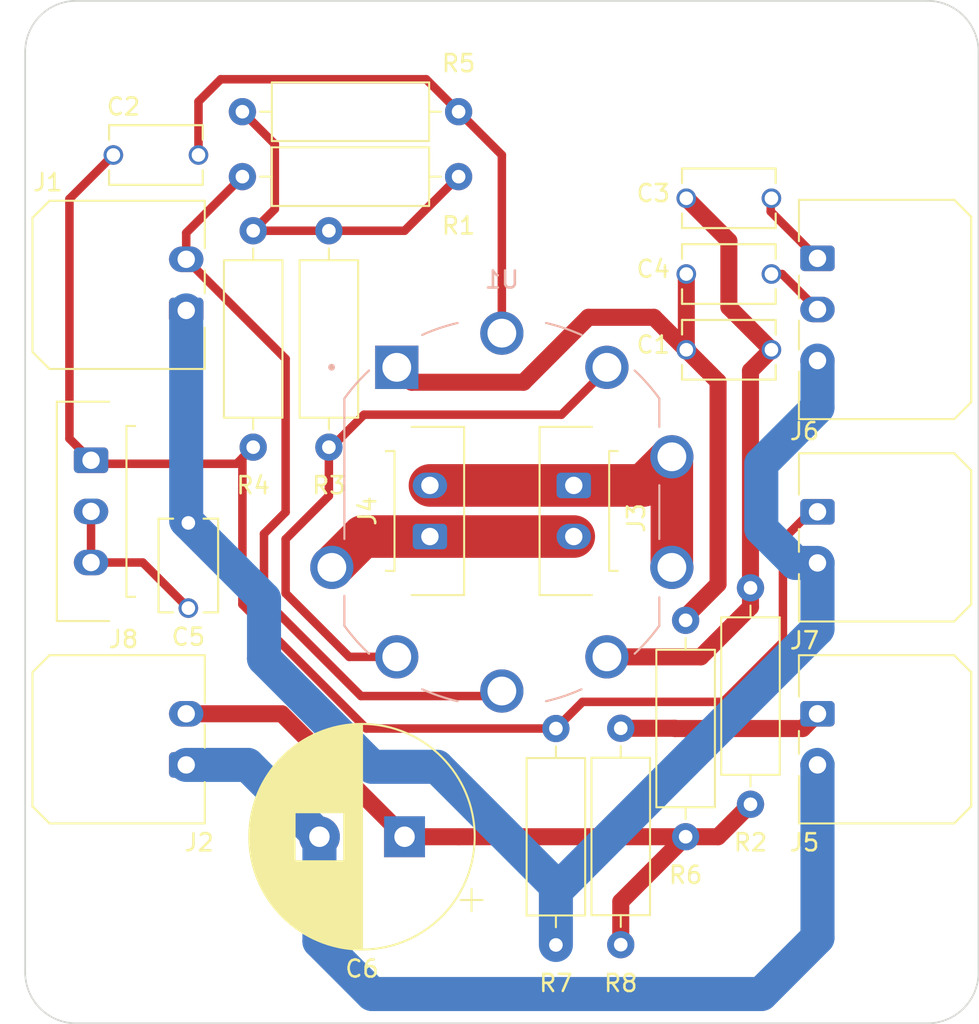
<source format=kicad_pcb>
(kicad_pcb (version 20221018) (generator pcbnew)
  (layers (0 "F.Cu" signal) (31 "B.Cu" signal) (34 "B.Paste" user) (35 "F.Paste" user) (36 "B.SilkS" user "B.Silkscreen") (37 "F.SilkS" user "F.Silkscreen") (38 "B.Mask" user) (39 "F.Mask" user) (44 "Edge.Cuts" user))
  (net 0 "")
  (net 1 "Net-(U1A-A)")
  (net 2 "Net-(U1B-A)")
  (net 3 "Net-(J7-Pin_1)")
  (net 4 "Net-(U1B-G)")
  (net 5 "Net-(J6-Pin_1)")
  (net 6 "Net-(J6-Pin_2)")
  (net 7 "GND")
  (net 8 "Net-(J8-Pin_2)")
  (net 9 "HT")
  (net 10 "GND1")
  (net 11 "Net-(J3-Pin_1)")
  (net 12 "Net-(J3-Pin_2)")
  (net 13 "Net-(J5-Pin_1)")
  (net 14 "Net-(R1-Pad1)")
  (net 15 "Net-(U1A-K)")
  (net 16 "Net-(J1-Pin_2)")
  (footprint "Capacitor_THT:CP_Radial_D13.0mm_P5.00mm" (layer "F.Cu") (at 153.67 105.705 180)
    (fp_text reference "C6" (at 2.5 -7.75) (layer "F.SilkS"))
    (fp_text value "20uF")
    (pad "1" thru_hole rect (at 0 0 180) (size 2.4 2.4) (drill 1.2) (layers "*.Cu" "*.Mask") (net 9 "HT"))
    (pad "2" thru_hole circle (at 5 0 180) (size 2.4 2.4) (drill 1.2) (layers "*.Cu" "*.Mask") (net 10 "GND1"))
  )
  (footprint "CustomFootprints:FG26 Cap" (layer "F.Cu") (at 172.72 77.13 180)
    (fp_text reference "C1" (at 4.445 0.295) (layer "F.SilkS"))
    (fp_text value "47pF")
    (pad "1" thru_hole circle (at -2.5 0 180) (size 1.15 1.15) (drill 0.8) (layers "*.Cu" "*.Mask") (net 1 "Net-(U1A-A)"))
    (pad "2" thru_hole circle (at 2.5 0 180) (size 1.15 1.15) (drill 0.8) (layers "*.Cu" "*.Mask") (net 2 "Net-(U1B-A)"))
  )
  (footprint "Connector_Molex:Molex_Micro-Fit_3.0_43650-0300_1x03_P3.00mm_Horizontal" (layer "F.Cu") (at 177.925 71.765 -90)
    (fp_text reference "J6" (at 10.15 0.76 -180) (layer "F.SilkS"))
    (fp_text value "SigOut")
    (pad "" np_thru_hole circle (at 3 -4.32 270) (size 3 3) (drill 3) (layers "*.Cu" "*.Mask"))
    (pad "1" thru_hole roundrect (at 0 0 270) (size 1.5 2.02) (drill 1.02) (layers "*.Cu" "*.Mask") (roundrect_rratio 0.166667) (net 5 "Net-(J6-Pin_1)"))
    (pad "2" thru_hole oval (at 3 0 270) (size 1.5 2.02) (drill 1.02) (layers "*.Cu" "*.Mask") (net 6 "Net-(J6-Pin_2)"))
    (pad "3" thru_hole oval (at 6 0 270) (size 1.5 2.02) (drill 1.02) (layers "*.Cu" "*.Mask") (net 7 "GND"))
  )
  (footprint "MountingHole:MountingHole_2.5mm" (layer "F.Cu") (at 134.385 113.655)
    (fp_text reference "REF**" hide)
    (fp_text value "MountingHole_2.5mm" hide)
    (pad "" np_thru_hole circle (at 0 0) (size 2.5 2.5) (drill 2.5) (layers "F&B.Cu" "*.Mask"))
  )
  (footprint "Resistor_THT:R_Axial_DIN0309_L9.0mm_D3.2mm_P12.70mm_Horizontal" (layer "F.Cu") (at 156.845 66.97 180)
    (fp_text reference "R1" (at 0 -2.88) (layer "F.SilkS"))
    (fp_text value "1M")
    (pad "1" thru_hole circle (at 0 0 180) (size 1.6 1.6) (drill 0.8) (layers "*.Cu" "*.Mask") (net 14 "Net-(R1-Pad1)"))
    (pad "2" thru_hole oval (at 12.7 0 180) (size 1.6 1.6) (drill 0.8) (layers "*.Cu" "*.Mask") (net 16 "Net-(J1-Pin_2)"))
  )
  (footprint "CustomFootprints:FG26 Cap" (layer "F.Cu") (at 139.065 65.7)
    (fp_text reference "C2" (at -1.905 -2.835) (layer "F.SilkS"))
    (fp_text value "0.1uF")
    (pad "1" thru_hole circle (at -2.5 0) (size 1.15 1.15) (drill 0.8) (layers "*.Cu" "*.Mask") (net 3 "Net-(J7-Pin_1)"))
    (pad "2" thru_hole circle (at 2.5 0) (size 1.15 1.15) (drill 0.8) (layers "*.Cu" "*.Mask") (net 4 "Net-(U1B-G)"))
  )
  (footprint "Connector_Molex:Molex_Micro-Fit_3.0_43650-0200_1x02_P3.00mm_Horizontal" (layer "F.Cu") (at 140.845 101.49 90)
    (fp_text reference "J2" (at -4.555 0.76 180) (layer "F.SilkS"))
    (fp_text value "HVOut")
    (pad "" np_thru_hole circle (at 1.5 -4.32 90) (size 3 3) (drill 3) (layers "*.Cu" "*.Mask"))
    (pad "1" thru_hole roundrect (at 0 0 90) (size 1.5 2.02) (drill 1.02) (layers "*.Cu" "*.Mask") (roundrect_rratio 0.166667) (net 10 "GND1"))
    (pad "2" thru_hole oval (at 3 0 90) (size 1.5 2.02) (drill 1.02) (layers "*.Cu" "*.Mask") (net 9 "HT"))
  )
  (footprint "CustomFootprints:FG26 Cap" (layer "F.Cu") (at 172.72 68.24)
    (fp_text reference "C3" (at -4.445 -0.295) (layer "F.SilkS"))
    (fp_text value "0.022uF")
    (pad "1" thru_hole circle (at -2.5 0) (size 1.15 1.15) (drill 0.8) (layers "*.Cu" "*.Mask") (net 1 "Net-(U1A-A)"))
    (pad "2" thru_hole circle (at 2.5 0) (size 1.15 1.15) (drill 0.8) (layers "*.Cu" "*.Mask") (net 5 "Net-(J6-Pin_1)"))
  )
  (footprint "MountingHole:MountingHole_2.5mm" (layer "F.Cu") (at 184.385 113.655)
    (fp_text reference "REF**" hide)
    (fp_text value "MountingHole_2.5mm" hide)
    (pad "" np_thru_hole circle (at 0 0) (size 2.5 2.5) (drill 2.5) (layers "F&B.Cu" "*.Mask"))
  )
  (footprint "MountingHole:MountingHole_2.5mm" (layer "F.Cu") (at 184.385 59.655)
    (fp_text reference "REF**" hide)
    (fp_text value "MountingHole_2.5mm" hide)
    (pad "" np_thru_hole circle (at 0 0) (size 2.5 2.5) (drill 2.5) (layers "F&B.Cu" "*.Mask"))
  )
  (footprint "CustomFootprints:FG26 Cap" (layer "F.Cu") (at 172.72 72.685)
    (fp_text reference "C4" (at -4.445 -0.295) (layer "F.SilkS"))
    (fp_text value "0.022uF")
    (pad "1" thru_hole circle (at -2.5 0) (size 1.15 1.15) (drill 0.8) (layers "*.Cu" "*.Mask") (net 2 "Net-(U1B-A)"))
    (pad "2" thru_hole circle (at 2.5 0) (size 1.15 1.15) (drill 0.8) (layers "*.Cu" "*.Mask") (net 6 "Net-(J6-Pin_2)"))
  )
  (footprint "Resistor_THT:R_Axial_DIN0309_L9.0mm_D3.2mm_P12.70mm_Horizontal" (layer "F.Cu") (at 170.18 93.005 -90)
    (fp_text reference "R6" (at 14.945 0 -180) (layer "F.SilkS"))
    (fp_text value "100K")
    (pad "1" thru_hole circle (at 0 0 270) (size 1.6 1.6) (drill 0.8) (layers "*.Cu" "*.Mask") (net 2 "Net-(U1B-A)"))
    (pad "2" thru_hole oval (at 12.7 0 270) (size 1.6 1.6) (drill 0.8) (layers "*.Cu" "*.Mask") (net 9 "HT"))
  )
  (footprint "Connector_Molex:Molex_Micro-Fit_3.0_43650-0315_1x03_P3.00mm_Vertical" (layer "F.Cu") (at 135.255 83.614 -90)
    (fp_text reference "J8" (at 10.5 -1.905) (layer "F.SilkS"))
    (fp_text value "PresencePot")
    (pad "" np_thru_hole circle (at -3 -1.96 270) (size 1.27 1.27) (drill 1.27) (layers "*.Cu" "*.Mask"))
    (pad "" np_thru_hole circle (at 9 -1.96 270) (size 1.27 1.27) (drill 1.27) (layers "*.Cu" "*.Mask"))
    (pad "1" thru_hole roundrect (at 0 0 270) (size 1.5 2.02) (drill 1.02) (layers "*.Cu" "*.Mask") (roundrect_rratio 0.166667) (net 3 "Net-(J7-Pin_1)"))
    (pad "2" thru_hole oval (at 3 0 270) (size 1.5 2.02) (drill 1.02) (layers "*.Cu" "*.Mask") (net 8 "Net-(J8-Pin_2)"))
    (pad "3" thru_hole oval (at 6 0 270) (size 1.5 2.02) (drill 1.02) (layers "*.Cu" "*.Mask") (net 8 "Net-(J8-Pin_2)"))
  )
  (footprint "Resistor_THT:R_Axial_DIN0309_L9.0mm_D3.2mm_P12.70mm_Horizontal" (layer "F.Cu") (at 156.845 63.16 180)
    (fp_text reference "R5" (at 0 2.835) (layer "F.SilkS"))
    (fp_text value "1M")
    (pad "1" thru_hole circle (at 0 0 180) (size 1.6 1.6) (drill 0.8) (layers "*.Cu" "*.Mask") (net 4 "Net-(U1B-G)"))
    (pad "2" thru_hole oval (at 12.7 0 180) (size 1.6 1.6) (drill 0.8) (layers "*.Cu" "*.Mask") (net 14 "Net-(R1-Pad1)"))
  )
  (footprint "Connector_Molex:Molex_Micro-Fit_3.0_43650-0215_1x02_P3.00mm_Vertical" (layer "F.Cu") (at 163.61 85.09 -90)
    (fp_text reference "J3" (at 1.905 -3.67 90) (layer "F.SilkS"))
    (fp_text value "Heater")
    (pad "" np_thru_hole circle (at -3 -1.96 270) (size 1.27 1.27) (drill 1.27) (layers "*.Cu" "*.Mask"))
    (pad "" np_thru_hole circle (at 6 -1.96 270) (size 1.27 1.27) (drill 1.27) (layers "*.Cu" "*.Mask"))
    (pad "1" thru_hole roundrect (at 0 0 270) (size 1.5 2.02) (drill 1.02) (layers "*.Cu" "*.Mask") (roundrect_rratio 0.166667) (net 11 "Net-(J3-Pin_1)"))
    (pad "2" thru_hole oval (at 3 0 270) (size 1.5 2.02) (drill 1.02) (layers "*.Cu" "*.Mask") (net 12 "Net-(J3-Pin_2)"))
  )
  (footprint "Connector_Molex:Molex_Micro-Fit_3.0_43650-0200_1x02_P3.00mm_Horizontal" (layer "F.Cu") (at 177.925 86.638 -90)
    (fp_text reference "J7" (at 7.555 0.76 -180) (layer "F.SilkS"))
    (fp_text value "NFB")
    (pad "" np_thru_hole circle (at 1.5 -4.32 270) (size 3 3) (drill 3) (layers "*.Cu" "*.Mask"))
    (pad "1" thru_hole roundrect (at 0 0 270) (size 1.5 2.02) (drill 1.02) (layers "*.Cu" "*.Mask") (roundrect_rratio 0.166667) (net 3 "Net-(J7-Pin_1)"))
    (pad "2" thru_hole oval (at 3 0 270) (size 1.5 2.02) (drill 1.02) (layers "*.Cu" "*.Mask") (net 7 "GND"))
  )
  (footprint "CustomFootprints:FG26 Cap" (layer "F.Cu") (at 140.97 89.79 -90)
    (fp_text reference "C5" (at 4.19 0 -180) (layer "F.SilkS"))
    (fp_text value "0.1uF")
    (pad "1" thru_hole circle (at -2.5 0 270) (size 1.15 1.15) (drill 0.8) (layers "*.Cu" "*.Mask") (net 7 "GND"))
    (pad "2" thru_hole circle (at 2.5 0 270) (size 1.15 1.15) (drill 0.8) (layers "*.Cu" "*.Mask") (net 8 "Net-(J8-Pin_2)"))
  )
  (footprint "Resistor_THT:R_Axial_DIN0309_L9.0mm_D3.2mm_P12.70mm_Horizontal" (layer "F.Cu") (at 162.56 112.055 90)
    (fp_text reference "R7" (at -2.245 0 180) (layer "F.SilkS"))
    (fp_text value "4K7")
    (pad "1" thru_hole circle (at 0 0 90) (size 1.6 1.6) (drill 0.8) (layers "*.Cu" "*.Mask") (net 7 "GND"))
    (pad "2" thru_hole oval (at 12.7 0 90) (size 1.6 1.6) (drill 0.8) (layers "*.Cu" "*.Mask") (net 3 "Net-(J7-Pin_1)"))
  )
  (footprint "Resistor_THT:R_Axial_DIN0309_L9.0mm_D3.2mm_P12.70mm_Horizontal" (layer "F.Cu") (at 144.78 82.845 90)
    (fp_text reference "R4" (at -2.245 0 180) (layer "F.SilkS"))
    (fp_text value "10K")
    (pad "1" thru_hole circle (at 0 0 90) (size 1.6 1.6) (drill 0.8) (layers "*.Cu" "*.Mask") (net 3 "Net-(J7-Pin_1)"))
    (pad "2" thru_hole oval (at 12.7 0 90) (size 1.6 1.6) (drill 0.8) (layers "*.Cu" "*.Mask") (net 14 "Net-(R1-Pad1)"))
  )
  (footprint "Resistor_THT:R_Axial_DIN0309_L9.0mm_D3.2mm_P12.70mm_Horizontal" (layer "F.Cu") (at 173.99 91.1 -90)
    (fp_text reference "R2" (at 14.945 0 -180) (layer "F.SilkS"))
    (fp_text value "82K")
    (pad "1" thru_hole circle (at 0 0 270) (size 1.6 1.6) (drill 0.8) (layers "*.Cu" "*.Mask") (net 1 "Net-(U1A-A)"))
    (pad "2" thru_hole oval (at 12.7 0 270) (size 1.6 1.6) (drill 0.8) (layers "*.Cu" "*.Mask") (net 9 "HT"))
  )
  (footprint "Resistor_THT:R_Axial_DIN0309_L9.0mm_D3.2mm_P12.70mm_Horizontal" (layer "F.Cu") (at 149.225 70.145 -90)
    (fp_text reference "R3" (at 14.945 0 -180) (layer "F.SilkS"))
    (fp_text value "470 ")
    (pad "1" thru_hole circle (at 0 0 270) (size 1.6 1.6) (drill 0.8) (layers "*.Cu" "*.Mask") (net 14 "Net-(R1-Pad1)"))
    (pad "2" thru_hole oval (at 12.7 0 270) (size 1.6 1.6) (drill 0.8) (layers "*.Cu" "*.Mask") (net 15 "Net-(U1A-K)"))
  )
  (footprint "Connector_Molex:Molex_Micro-Fit_3.0_43650-0200_1x02_P3.00mm_Horizontal" (layer "F.Cu") (at 177.925 98.49 -90)
    (fp_text reference "J5" (at 7.555 0.76 -180) (layer "F.SilkS"))
    (fp_text value "HV")
    (pad "" np_thru_hole circle (at 1.5 -4.32 270) (size 3 3) (drill 3) (layers "*.Cu" "*.Mask"))
    (pad "1" thru_hole roundrect (at 0 0 270) (size 1.5 2.02) (drill 1.02) (layers "*.Cu" "*.Mask") (roundrect_rratio 0.166667) (net 13 "Net-(J5-Pin_1)"))
    (pad "2" thru_hole oval (at 3 0 270) (size 1.5 2.02) (drill 1.02) (layers "*.Cu" "*.Mask") (net 10 "GND1"))
  )
  (footprint "Connector_Molex:Molex_Micro-Fit_3.0_43650-0215_1x02_P3.00mm_Vertical" (layer "F.Cu") (at 155.16 88.09 90)
    (fp_text reference "J4" (at 1.5 -3.67 90) (layer "F.SilkS"))
    (fp_text value "HeaterOut")
    (pad "" np_thru_hole circle (at -3 -1.96 90) (size 1.27 1.27) (drill 1.27) (layers "*.Cu" "*.Mask"))
    (pad "" np_thru_hole circle (at 6 -1.96 90) (size 1.27 1.27) (drill 1.27) (layers "*.Cu" "*.Mask"))
    (pad "1" thru_hole roundrect (at 0 0 90) (size 1.5 2.02) (drill 1.02) (layers "*.Cu" "*.Mask") (roundrect_rratio 0.166667) (net 12 "Net-(J3-Pin_2)"))
    (pad "2" thru_hole oval (at 3 0 90) (size 1.5 2.02) (drill 1.02) (layers "*.Cu" "*.Mask") (net 11 "Net-(J3-Pin_1)"))
  )
  (footprint "Connector_Molex:Molex_Micro-Fit_3.0_43650-0200_1x02_P3.00mm_Horizontal" (layer "F.Cu") (at 140.845 74.82 90)
    (fp_text reference "J1" (at 7.51 -8.13 180) (layer "F.SilkS"))
    (fp_text value "SigIn")
    (pad "" np_thru_hole circle (at 1.5 -4.32 90) (size 3 3) (drill 3) (layers "*.Cu" "*.Mask"))
    (pad "1" thru_hole roundrect (at 0 0 90) (size 1.5 2.02) (drill 1.02) (layers "*.Cu" "*.Mask") (roundrect_rratio 0.166667) (net 7 "GND"))
    (pad "2" thru_hole oval (at 3 0 90) (size 1.5 2.02) (drill 1.02) (layers "*.Cu" "*.Mask") (net 16 "Net-(J1-Pin_2)"))
  )
  (footprint "Resistor_THT:R_Axial_DIN0309_L9.0mm_D3.2mm_P12.70mm_Horizontal" (layer "F.Cu") (at 166.37 99.3394 -90)
    (fp_text reference "R8" (at 14.9606 0 -180) (layer "F.SilkS"))
    (fp_text value "6K8")
    (pad "1" thru_hole circle (at 0 0 270) (size 1.6 1.6) (drill 0.8) (layers "*.Cu" "*.Mask") (net 13 "Net-(J5-Pin_1)"))
    (pad "2" thru_hole oval (at 12.7 0 270) (size 1.6 1.6) (drill 0.8) (layers "*.Cu" "*.Mask") (net 9 "HT"))
  )
  (footprint "MountingHole:MountingHole_2.5mm" (layer "F.Cu") (at 134.385 59.655)
    (fp_text reference "REF**" hide)
    (fp_text value "MountingHole_2.5mm" hide)
    (pad "" np_thru_hole circle (at 0 0) (size 2.5 2.5) (drill 2.5) (layers "F&B.Cu" "*.Mask"))
  )
  (footprint "CustomFootprints:BELTON_VT9-PT" (layer "B.Cu") (at 159.385 86.655 180)
    (fp_text reference "U1" (at 0 13.635) (layer "B.SilkS") (effects (justify mirror)))
    (fp_text value "ECC83")
    (pad "1" thru_hole rect (at 6.1717 8.4946 180) (size 2.54 2.54) (drill 1.69) (layers "*.Cu" "*.Mask") (net 2 "Net-(U1B-A)"))
    (pad "2" thru_hole circle (at 0 10.5 180) (size 2.54 2.54) (drill 1.69) (layers "*.Cu" "*.Mask") (net 4 "Net-(U1B-G)"))
    (pad "3" thru_hole circle (at -6.1717 8.4946 180) (size 2.54 2.54) (drill 1.69) (layers "*.Cu" "*.Mask") (net 15 "Net-(U1A-K)"))
    (pad "4" thru_hole circle (at -9.986 3.2446 180) (size 2.54 2.54) (drill 1.69) (layers "*.Cu" "*.Mask") (net 11 "Net-(J3-Pin_1)"))
    (pad "5" thru_hole circle (at -9.986 -3.2446 180) (size 2.54 2.54) (drill 1.69) (layers "*.Cu" "*.Mask") (net 11 "Net-(J3-Pin_1)"))
    (pad "6" thru_hole circle (at -6.1717 -8.4946 180) (size 2.54 2.54) (drill 1.69) (layers "*.Cu" "*.Mask") (net 1 "Net-(U1A-A)"))
    (pad "7" thru_hole circle (at 0 -10.5 180) (size 2.54 2.54) (drill 1.69) (layers "*.Cu" "*.Mask") (net 16 "Net-(J1-Pin_2)"))
    (pad "8" thru_hole circle (at 6.1717 -8.4946 180) (size 2.54 2.54) (drill 1.69) (layers "*.Cu" "*.Mask") (net 15 "Net-(U1A-K)"))
    (pad "9" thru_hole circle (at 9.986 -3.2446 180) (size 2.54 2.54) (drill 1.69) (layers "*.Cu" "*.Mask") (net 12 "Net-(J3-Pin_2)"))
  )
  (gr_arc (start 131.385 59.655) (mid 132.26368 57.53368) (end 134.385 56.655) (stroke (width 0.1)) (layer "Edge.Cuts"))
  (gr_arc (start 184.385 56.655) (mid 186.50632 57.53368) (end 187.385 59.655) (stroke (width 0.1)) (layer "Edge.Cuts"))
  (gr_line (start 134.385 116.655) (end 184.385 116.655) (stroke (width 0.1)) (layer "Edge.Cuts"))
  (gr_line (start 187.385 113.655) (end 187.385 59.655) (stroke (width 0.1)) (layer "Edge.Cuts"))
  (gr_line (start 134.385 56.655) (end 184.385 56.655) (stroke (width 0.1)) (layer "Edge.Cuts"))
  (gr_arc (start 187.385 113.655) (mid 186.50632 115.77632) (end 184.385 116.655) (stroke (width 0.1)) (layer "Edge.Cuts"))
  (gr_arc (start 134.385 116.655) (mid 132.26368 115.77632) (end 131.385 113.655) (stroke (width 0.1)) (layer "Edge.Cuts"))
  (gr_line (start 131.385 113.655) (end 131.385 59.655) (stroke (width 0.1)) (layer "Edge.Cuts"))
  (segment (start 172.72 74.63) (end 172.72 70.74) (width 1) (layer "F.Cu") (net 1))
  (segment (start 175.22 77.13) (end 172.72 74.63) (width 1) (layer "F.Cu") (net 1))
  (segment (start 172.72 70.74) (end 170.22 68.24) (width 1) (layer "F.Cu") (net 1))
  (segment (start 171.07177 95.1496) (end 173.99 92.23137) (width 1) (layer "F.Cu") (net 1))
  (segment (start 165.5567 95.1496) (end 171.07177 95.1496) (width 1) (layer "F.Cu") (net 1))
  (segment (start 173.99 91.1) (end 173.99 78.36) (width 1) (layer "F.Cu") (net 1))
  (segment (start 173.99 92.23137) (end 173.99 91.1) (width 1) (layer "F.Cu") (net 1))
  (segment (start 173.99 78.36) (end 175.22 77.13) (width 1) (layer "F.Cu") (net 1))
  (segment (start 154.0879 79.035) (end 160.655 79.035) (width 1) (layer "F.Cu") (net 2))
  (segment (start 172.085 78.995) (end 170.22 77.13) (width 1) (layer "F.Cu") (net 2))
  (segment (start 172.085 90.883679) (end 172.085 78.995) (width 1) (layer "F.Cu") (net 2))
  (segment (start 153.2133 78.1604) (end 154.0879 79.035) (width 1) (layer "F.Cu") (net 2))
  (segment (start 164.465 75.225) (end 168.315 75.225) (width 1) (layer "F.Cu") (net 2))
  (segment (start 170.18 93.005) (end 170.18 92.788679) (width 1) (layer "F.Cu") (net 2))
  (segment (start 168.315 75.225) (end 170.22 77.13) (width 1) (layer "F.Cu") (net 2))
  (segment (start 170.22 77.13) (end 170.22 72.685) (width 1) (layer "F.Cu") (net 2))
  (segment (start 170.18 92.788679) (end 172.085 90.883679) (width 1) (layer "F.Cu") (net 2))
  (segment (start 160.655 79.035) (end 164.465 75.225) (width 1) (layer "F.Cu") (net 2))
  (segment (start 177.522 86.638) (end 177.925 86.638) (width 0.5) (layer "F.Cu") (net 3))
  (segment (start 144.78 82.845) (end 144.145 83.48) (width 0.5) (layer "F.Cu") (net 3))
  (segment (start 135.255 83.614) (end 135.461 83.82) (width 0.5) (layer "F.Cu") (net 3))
  (segment (start 162.56 99.355) (end 164.125 97.79) (width 0.5) (layer "F.Cu") (net 3))
  (segment (start 172.38 97.79) (end 175.895 94.275) (width 0.5) (layer "F.Cu") (net 3))
  (segment (start 144.145 83.48) (end 144.145 92.075) (width 0.5) (layer "F.Cu") (net 3))
  (segment (start 143.805 83.82) (end 144.78 82.845) (width 0.5) (layer "F.Cu") (net 3))
  (segment (start 135.461 83.82) (end 143.805 83.82) (width 0.5) (layer "F.Cu") (net 3))
  (segment (start 164.125 97.79) (end 172.38 97.79) (width 0.5) (layer "F.Cu") (net 3))
  (segment (start 175.895 94.275) (end 175.895 88.265) (width 0.5) (layer "F.Cu") (net 3))
  (segment (start 151.425 99.355) (end 162.56 99.355) (width 0.5) (layer "F.Cu") (net 3))
  (segment (start 136.565 65.7) (end 133.985 68.28) (width 0.5) (layer "F.Cu") (net 3))
  (segment (start 133.985 82.344) (end 135.255 83.614) (width 0.5) (layer "F.Cu") (net 3))
  (segment (start 175.895 88.265) (end 177.522 86.638) (width 0.5) (layer "F.Cu") (net 3))
  (segment (start 144.145 92.075) (end 151.425 99.355) (width 0.5) (layer "F.Cu") (net 3))
  (segment (start 133.985 68.28) (end 133.985 82.344) (width 0.5) (layer "F.Cu") (net 3))
  (segment (start 154.94 61.255) (end 156.845 63.16) (width 0.5) (layer "F.Cu") (net 4))
  (segment (start 141.565 62.565) (end 142.875 61.255) (width 0.5) (layer "F.Cu") (net 4))
  (segment (start 142.875 61.255) (end 154.94 61.255) (width 0.5) (layer "F.Cu") (net 4))
  (segment (start 141.565 65.7) (end 141.565 62.565) (width 0.5) (layer "F.Cu") (net 4))
  (segment (start 159.385 65.7) (end 159.385 76.155) (width 0.5) (layer "F.Cu") (net 4))
  (segment (start 156.845 63.16) (end 159.385 65.7) (width 0.5) (layer "F.Cu") (net 4))
  (segment (start 175.18 69.02) (end 177.925 71.765) (width 0.5) (layer "F.Cu") (net 5))
  (segment (start 175.18 68.24) (end 175.18 69.02) (width 0.5) (layer "F.Cu") (net 5))
  (segment (start 175.845 72.685) (end 177.925 74.765) (width 0.5) (layer "F.Cu") (net 6))
  (segment (start 175.22 72.685) (end 175.845 72.685) (width 0.5) (layer "F.Cu") (net 6))
  (segment (start 177.925 93.515) (end 177.925 89.638) (width 2) (layer "B.Cu") (net 7))
  (segment (start 174.625 87.63) (end 174.625 83.82) (width 2) (layer "B.Cu") (net 7))
  (segment (start 162.56 108.88) (end 177.925 93.515) (width 2) (layer "B.Cu") (net 7))
  (segment (start 140.845 74.82) (end 140.845 87.165) (width 2) (layer "B.Cu") (net 7))
  (segment (start 174.625 83.82) (end 177.925 80.52) (width 2) (layer "B.Cu") (net 7))
  (segment (start 176.633 89.638) (end 177.925 89.638) (width 2) (layer "B.Cu") (net 7))
  (segment (start 162.56 108.88) (end 162.56 112.055) (width 2) (layer "B.Cu") (net 7))
  (segment (start 151.765 101.6) (end 155.575 101.6) (width 2) (layer "B.Cu") (net 7))
  (segment (start 162.56 108.585) (end 162.56 108.88) (width 2) (layer "B.Cu") (net 7))
  (segment (start 174.625 87.63) (end 176.633 89.638) (width 2) (layer "B.Cu") (net 7))
  (segment (start 145.415 95.25) (end 151.765 101.6) (width 2) (layer "B.Cu") (net 7))
  (segment (start 140.845 87.165) (end 140.97 87.29) (width 2) (layer "B.Cu") (net 7))
  (segment (start 177.925 80.52) (end 177.925 77.765) (width 2) (layer "B.Cu") (net 7))
  (segment (start 140.97 87.29) (end 145.415 91.735) (width 2) (layer "B.Cu") (net 7))
  (segment (start 145.415 91.735) (end 145.415 95.25) (width 2) (layer "B.Cu") (net 7))
  (segment (start 155.575 101.6) (end 162.56 108.585) (width 2) (layer "B.Cu") (net 7))
  (segment (start 135.255 89.614) (end 138.294 89.614) (width 0.5) (layer "F.Cu") (net 8))
  (segment (start 138.294 89.614) (end 140.97 92.29) (width 0.5) (layer "F.Cu") (net 8))
  (segment (start 135.255 86.614) (end 135.255 89.614) (width 0.5) (layer "F.Cu") (net 8))
  (segment (start 166.37 109.515) (end 166.37 112.0394) (width 1) (layer "F.Cu") (net 9))
  (segment (start 172.085 105.705) (end 173.99 103.8) (width 1) (layer "F.Cu") (net 9))
  (segment (start 153.67 105.705) (end 156.845 105.705) (width 1) (layer "F.Cu") (net 9))
  (segment (start 170.18 105.705) (end 166.37 109.515) (width 1) (layer "F.Cu") (net 9))
  (segment (start 146.455 98.49) (end 153.67 105.705) (width 1) (layer "F.Cu") (net 9))
  (segment (start 156.845 105.705) (end 170.18 105.705) (width 1) (layer "F.Cu") (net 9))
  (segment (start 140.845 98.49) (end 146.455 98.49) (width 1) (layer "F.Cu") (net 9))
  (segment (start 170.18 105.705) (end 172.085 105.705) (width 1) (layer "F.Cu") (net 9))
  (segment (start 148.67 111.84) (end 151.765 114.935) (width 2) (layer "B.Cu") (net 10))
  (segment (start 151.765 114.935) (end 174.625 114.935) (width 2) (layer "B.Cu") (net 10))
  (segment (start 177.925 111.635) (end 177.925 101.49) (width 2) (layer "B.Cu") (net 10))
  (segment (start 148.67 105.705) (end 148.67 111.84) (width 2) (layer "B.Cu") (net 10))
  (segment (start 174.625 114.935) (end 177.925 111.635) (width 2) (layer "B.Cu") (net 10))
  (segment (start 144.455 101.49) (end 148.67 105.705) (width 2) (layer "B.Cu") (net 10))
  (segment (start 140.845 101.49) (end 144.455 101.49) (width 2) (layer "B.Cu") (net 10))
  (segment (start 155.16 85.09) (end 167.6914 85.09) (width 2.5) (layer "F.Cu") (net 11))
  (segment (start 167.6914 85.09) (end 169.371 83.4104) (width 2.5) (layer "F.Cu") (net 11))
  (segment (start 169.371 83.4104) (end 169.371 89.8996) (width 2.5) (layer "F.Cu") (net 11))
  (segment (start 151.2086 88.09) (end 149.399 89.8996) (width 2.5) (layer "F.Cu") (net 12))
  (segment (start 163.61 88.09) (end 151.2086 88.09) (width 2.5) (layer "F.Cu") (net 12))
  (segment (start 169.5294 99.3394) (end 166.37 99.3394) (width 1) (layer "F.Cu") (net 13))
  (segment (start 177.06 99.355) (end 177.925 98.49) (width 1) (layer "F.Cu") (net 13))
  (segment (start 169.545 99.355) (end 177.06 99.355) (width 1) (layer "F.Cu") (net 13))
  (segment (start 169.545 99.355) (end 169.5294 99.3394) (width 1) (layer "F.Cu") (net 13))
  (segment (start 146.05 68.875) (end 146.05 65.065) (width 0.5) (layer "F.Cu") (net 14))
  (segment (start 149.225 70.145) (end 153.67 70.145) (width 0.5) (layer "F.Cu") (net 14))
  (segment (start 153.67 70.145) (end 156.845 66.97) (width 0.5) (layer "F.Cu") (net 14))
  (segment (start 144.78 70.145) (end 146.05 68.875) (width 0.5) (layer "F.Cu") (net 14))
  (segment (start 146.05 65.065) (end 144.145 63.16) (width 0.5) (layer "F.Cu") (net 14))
  (segment (start 144.78 70.145) (end 149.225 70.145) (width 0.5) (layer "F.Cu") (net 14))
  (segment (start 162.8871 80.94) (end 165.5367 78.2904) (width 0.5) (layer "F.Cu") (net 15))
  (segment (start 146.685 88.2425) (end 149.225 85.7025) (width 0.5) (layer "F.Cu") (net 15))
  (segment (start 149.225 82.9979) (end 151.2829 80.94) (width 0.5) (layer "F.Cu") (net 15))
  (segment (start 151.2829 80.94) (end 162.8871 80.94) (width 0.5) (layer "F.Cu") (net 15))
  (segment (start 153.2133 95.1496) (end 150.4171 95.1496) (width 0.5) (layer "F.Cu") (net 15))
  (segment (start 150.4171 95.1496) (end 146.685 91.4175) (width 0.5) (layer "F.Cu") (net 15))
  (segment (start 146.685 91.4175) (end 146.685 88.2425) (width 0.5) (layer "F.Cu") (net 15))
  (segment (start 149.225 85.7025) (end 149.225 82.9979) (width 0.5) (layer "F.Cu") (net 15))
  (segment (start 146.685 77.66) (end 146.685 86.655) (width 0.5) (layer "F.Cu") (net 16))
  (segment (start 140.845 71.82) (end 140.845 70.27) (width 0.5) (layer "F.Cu") (net 16))
  (segment (start 159.09 97.45) (end 159.385 97.155) (width 0.5) (layer "F.Cu") (net 16))
  (segment (start 151.111275 97.45) (end 159.09 97.45) (width 0.5) (layer "F.Cu") (net 16))
  (segment (start 145.415 91.753725) (end 151.111275 97.45) (width 0.5) (layer "F.Cu") (net 16))
  (segment (start 146.685 86.655) (end 145.415 87.925) (width 0.5) (layer "F.Cu") (net 16))
  (segment (start 145.415 87.925) (end 145.415 91.753725) (width 0.5) (layer "F.Cu") (net 16))
  (segment (start 140.845 70.27) (end 144.145 66.97) (width 0.5) (layer "F.Cu") (net 16))
  (segment (start 140.845 71.82) (end 146.685 77.66) (width 0.5) (layer "F.Cu") (net 16))
)
</source>
